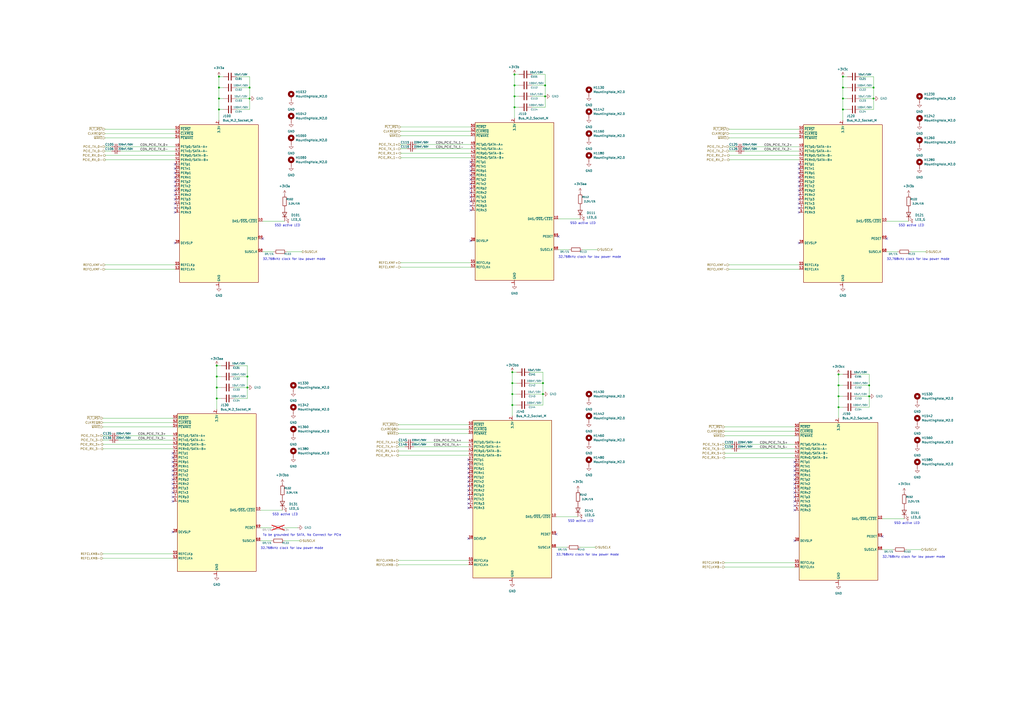
<source format=kicad_sch>
(kicad_sch (version 20231120) (generator "eeschema") (generator_version "8.0")
  (paper "A2")
  (title_block (title "nvme Carrier for LattePanda Mu") (date "2024-05-24") (rev "V1.0.6"))
  (lib_symbols
    (symbol "Connector:Bus_M.2_Socket_M"
      (property "Reference" "J15" (at 2.1941 50.8 0))
      (property "Value" "Bus_M.2_Socket_M" (at 2.1941 48.26 0))
      (symbol "Bus_M.2_Socket_M_1_1"
        (pin power_in line (at 0 -48.26 90) (length 2.54) (name "GND") (number "1"))
        (pin bidirectional line (at 25.4 -10.16 180) (length 2.54) (name "DAS/~{DSS}/~{LED1}") (number "10"))
        (pin output line (at -25.4 0 0) (length 2.54) (name "PETn3") (number "11"))
        (pin passive line (at 0 48.26 270) (length 2.54) hide (name "3.3V") (number "12"))
        (pin output line (at -25.4 2.54 0) (length 2.54) (name "PETp3") (number "13"))
        (pin passive line (at 0 48.26 270) (length 2.54) hide (name "3.3V") (number "14"))
        (pin passive line (at 0 -48.26 90) (length 2.54) hide (name "GND") (number "15"))
        (pin passive line (at 0 48.26 270) (length 2.54) hide (name "3.3V") (number "16"))
        (pin input line (at -25.4 5.08 0) (length 2.54) (name "PERn2") (number "17"))
        (pin passive line (at 0 48.26 270) (length 2.54) hide (name "3.3V") (number "18"))
        (pin input line (at -25.4 7.62 0) (length 2.54) (name "PERp2") (number "19"))
        (pin power_in line (at 0 48.26 270) (length 2.54) (name "3.3V") (number "2"))
        (pin no_connect line (at 22.86 2.54 180) (length 2.54) hide (name "NC") (number "20"))
        (pin passive line (at 0 -48.26 90) (length 2.54) hide (name "GND") (number "21"))
        (pin no_connect line (at 22.86 5.08 180) (length 2.54) hide (name "NC") (number "22"))
        (pin output line (at -25.4 10.16 0) (length 2.54) (name "PETn2") (number "23"))
        (pin no_connect line (at 22.86 7.62 180) (length 2.54) hide (name "NC") (number "24"))
        (pin output line (at -25.4 12.7 0) (length 2.54) (name "PETp2") (number "25"))
        (pin no_connect line (at 22.86 10.16 180) (length 2.54) hide (name "NC") (number "26"))
        (pin passive line (at 0 -48.26 90) (length 2.54) hide (name "GND") (number "27"))
        (pin no_connect line (at 22.86 12.7 180) (length 2.54) hide (name "NC") (number "28"))
        (pin input line (at -25.4 15.24 0) (length 2.54) (name "PERn1") (number "29"))
        (pin passive line (at 0 -48.26 90) (length 2.54) hide (name "GND") (number "3"))
        (pin no_connect line (at 22.86 15.24 180) (length 2.54) hide (name "NC") (number "30"))
        (pin input line (at -25.4 17.78 0) (length 2.54) (name "PERp1") (number "31"))
        (pin no_connect line (at 22.86 17.78 180) (length 2.54) hide (name "NC") (number "32"))
        (pin passive line (at 0 -48.26 90) (length 2.54) hide (name "GND") (number "33"))
        (pin no_connect line (at 22.86 20.32 180) (length 2.54) hide (name "NC") (number "34"))
        (pin output line (at -25.4 20.32 0) (length 2.54) (name "PETn1") (number "35"))
        (pin no_connect line (at 22.86 22.86 180) (length 2.54) hide (name "NC") (number "36"))
        (pin output line (at -25.4 22.86 0) (length 2.54) (name "PETp1") (number "37"))
        (pin output line (at -25.4 -22.86 0) (length 2.54) (name "DEVSLP") (number "38"))
        (pin passive line (at 0 -48.26 90) (length 2.54) hide (name "GND") (number "39"))
        (pin passive line (at 0 48.26 270) (length 2.54) hide (name "3.3V") (number "4"))
        (pin no_connect line (at 22.86 25.4 180) (length 2.54) hide (name "NC") (number "40"))
        (pin input line (at -25.4 25.4 0) (length 2.54) (name "PERn0/SATA-B+") (number "41"))
        (pin no_connect line (at 22.86 27.94 180) (length 2.54) hide (name "NC") (number "42"))
        (pin input line (at -25.4 27.94 0) (length 2.54) (name "PERp0/SATA-B-") (number "43"))
        (pin no_connect line (at 22.86 30.48 180) (length 2.54) hide (name "NC") (number "44"))
        (pin passive line (at 0 -48.26 90) (length 2.54) hide (name "GND") (number "45"))
        (pin no_connect line (at 22.86 33.02 180) (length 2.54) hide (name "NC") (number "46"))
        (pin output line (at -25.4 30.48 0) (length 2.54) (name "PETn0/SATA-A-") (number "47"))
        (pin no_connect line (at 22.86 35.56 180) (length 2.54) hide (name "NC") (number "48"))
        (pin output line (at -25.4 33.02 0) (length 2.54) (name "PETp0/SATA-A+") (number "49"))
        (pin input line (at -25.4 -5.08 0) (length 2.54) (name "PERn3") (number "5"))
        (pin output line (at -25.4 43.18 0) (length 2.54) (name "~{PERST}") (number "50"))
        (pin passive line (at 0 -48.26 90) (length 2.54) hide (name "GND") (number "51"))
        (pin bidirectional line (at -25.4 40.64 0) (length 2.54) (name "~{CLKREQ}") (number "52"))
        (pin output line (at -25.4 -38.1 0) (length 2.54) (name "REFCLKn") (number "53"))
        (pin bidirectional line (at -25.4 38.1 0) (length 2.54) (name "~{PEWAKE}") (number "54"))
        (pin output line (at -25.4 -35.56 0) (length 2.54) (name "REFCLKp") (number "55"))
        (pin no_connect line (at 22.86 38.1 180) (length 2.54) hide (name "NC") (number "56"))
        (pin passive line (at 0 -48.26 90) (length 2.54) hide (name "GND") (number "57"))
        (pin no_connect line (at 22.86 40.64 180) (length 2.54) hide (name "NC") (number "58"))
        (pin no_connect line (at 22.86 -2.54 180) (length 2.54) hide (name "NC") (number "6"))
        (pin no_connect line (at 22.86 -5.08 180) (length 2.54) hide (name "NC") (number "67"))
        (pin output line (at 25.4 -27.94 180) (length 2.54) (name "SUSCLK") (number "68"))
        (pin passive line (at 25.4 -20.32 180) (length 2.54) (name "PEDET") (number "69"))
        (pin input line (at -25.4 -2.54 0) (length 2.54) (name "PERp3") (number "7"))
        (pin passive line (at 0 48.26 270) (length 2.54) hide (name "3.3V") (number "70"))
        (pin passive line (at 0 -48.26 90) (length 2.54) hide (name "GND") (number "71"))
        (pin passive line (at 0 48.26 270) (length 2.54) hide (name "3.3V") (number "72"))
        (pin passive line (at 0 -48.26 90) (length 2.54) hide (name "GND") (number "73"))
        (pin passive line (at 0 48.26 270) (length 2.54) hide (name "3.3V") (number "74"))
        (pin passive line (at 0 -48.26 90) (length 2.54) hide (name "GND") (number "75"))
        (pin no_connect line (at 22.86 0 180) (length 2.54) hide (name "NC") (number "8"))
        (pin passive line (at 0 -48.26 90) (length 2.54) hide (name "GND") (number "9"))
        (pin passive line (at 0 -48.26 90) (length 2.54) hide (name "MP1") (number "MP1"))
        (pin passive line (at 0 -48.26 90) (length 2.54) hide (name "MP2") (number "MP2"))
      )
    )
    (symbol "Device:C" (pin_numbers hide) (pin_names (offset 0.254))
      (property "Reference" "C" (at 0.635 2.54 0))
      (property "Value" "C" (at 0.635 -2.54 0))
      (symbol "C_1_1"
        (pin passive line (at 0 3.81 270) (length 2.794) (name "~") (number "1"))
        (pin passive line (at 0 -3.81 90) (length 2.794) (name "~") (number "2"))
      )
    )
    (symbol "Device:C_Small" (pin_numbers hide) (pin_names (offset 0.254) hide)
      (property "Reference" "C" (at 0.254 1.778 0))
      (property "Value" "C_Small" (at 0.254 -2.032 0))
      (symbol "C_Small_1_1"
        (pin passive line (at 0 2.54 270) (length 2.032) (name "~") (number "1"))
        (pin passive line (at 0 -2.54 90) (length 2.032) (name "~") (number "2"))
      )
    )
    (symbol "Device:LED" (pin_numbers hide) (pin_names (offset 1.016) hide)
      (property "Reference" "D" (at 0 2.54 0))
      (property "Value" "LED" (at 0 -2.54 0))
      (symbol "LED_1_1"
        (pin passive line (at -3.81 0 0) (length 2.54) (name "K") (number "1"))
        (pin passive line (at 3.81 0 180) (length 2.54) (name "A") (number "2"))
      )
    )
    (symbol "Device:R" (pin_numbers hide) (pin_names (offset 0))
      (property "Reference" "R" (at 2.032 0 90))
      (property "Value" "R" (at 0 0 90))
      (symbol "R_1_1"
        (pin passive line (at 0 3.81 270) (length 1.27) (name "~") (number "1"))
        (pin passive line (at 0 -3.81 90) (length 1.27) (name "~") (number "2"))
      )
    )
    (symbol "Mechanical:MountingHole_Pad" (pin_numbers hide) (pin_names (offset 1.016) hide)
      (property "Reference" "H" (at 0 6.35 0))
      (property "Value" "MountingHole_Pad" (at 0 4.445 0))
      (symbol "MountingHole_Pad_1_1"
        (pin input line (at 0 -2.54 90) (length 2.54) (name "1") (number "1"))
      )
    )
    (symbol "power:+3V3" (power) (pin_numbers hide) (pin_names (offset 0) hide)
      (property "Value" "+3V3" (at 0 3.556 0))
      (symbol "+3V3_1_1"
        (pin power_in line (at 0 0 90) (length 0) (name "~") (number "1"))
      )
    )
    (symbol "power:GND" (power) (pin_numbers hide) (pin_names (offset 0) hide)
      (property "Value" "GND" (at 0 -3.81 0))
      (symbol "GND_1_1"
        (pin power_in line (at 0 0 270) (length 0) (name "~") (number "1"))
      )
    )
  )
  (junction (at 297.18 228.6))
  (junction (at 127 44.45))
  (junction (at 486.41 217.17))
  (junction (at 127 50.8))
  (junction (at 127 57.15))
  (junction (at 125.73 224.79))
  (junction (at 316.23 55.88))
  (junction (at 506.73 57.15))
  (junction (at 127 63.5))
  (junction (at 314.96 228.6))
  (junction (at 143.51 218.44))
  (junction (at 297.18 222.25))
  (junction (at 298.45 62.23))
  (junction (at 298.45 43.18))
  (junction (at 125.73 218.44))
  (junction (at 488.95 57.15))
  (junction (at 488.95 50.8))
  (junction (at 486.41 229.87))
  (junction (at 298.45 49.53))
  (junction (at 125.73 231.14))
  (junction (at 486.41 223.52))
  (junction (at 144.78 50.8))
  (junction (at 486.41 236.22))
  (junction (at 504.19 229.87))
  (junction (at 314.96 222.25))
  (junction (at 144.78 57.15))
  (junction (at 143.51 224.79))
  (junction (at 297.18 234.95))
  (junction (at 506.73 50.8))
  (junction (at 488.95 44.45))
  (junction (at 297.18 215.9))
  (junction (at 316.23 49.53))
  (junction (at 504.19 223.52))
  (junction (at 488.95 63.5))
  (junction (at 298.45 55.88))
  (junction (at 125.73 212.09))
  (no_connect (at 101.6 123.19))
  (no_connect (at 271.78 289.56))
  (no_connect (at 271.78 269.24))
  (no_connect (at 463.55 97.79))
  (no_connect (at 273.05 96.52))
  (no_connect (at 461.01 285.75))
  (no_connect (at 152.4 138.43))
  (no_connect (at 271.78 276.86))
  (no_connect (at 461.01 273.05))
  (no_connect (at 271.78 266.7))
  (no_connect (at 463.55 102.87))
  (no_connect (at 463.55 113.03))
  (no_connect (at 100.33 308.61))
  (no_connect (at 101.6 115.57))
  (no_connect (at 323.85 137.16))
  (no_connect (at 101.6 107.95))
  (no_connect (at 101.6 110.49))
  (no_connect (at 463.55 118.11))
  (no_connect (at 463.55 140.97))
  (no_connect (at 101.6 102.87))
  (no_connect (at 273.05 104.14))
  (no_connect (at 463.55 105.41))
  (no_connect (at 273.05 121.92))
  (no_connect (at 271.78 287.02))
  (no_connect (at 101.6 120.65))
  (no_connect (at 463.55 95.25))
  (no_connect (at 273.05 109.22))
  (no_connect (at 463.55 110.49))
  (no_connect (at 322.58 309.88))
  (no_connect (at 461.01 275.59))
  (no_connect (at 511.81 311.15))
  (no_connect (at 461.01 290.83))
  (no_connect (at 101.6 140.97))
  (no_connect (at 100.33 265.43))
  (no_connect (at 273.05 93.98))
  (no_connect (at 463.55 100.33))
  (no_connect (at 273.05 101.6))
  (no_connect (at 100.33 273.05))
  (no_connect (at 101.6 118.11))
  (no_connect (at 271.78 284.48))
  (no_connect (at 461.01 278.13))
  (no_connect (at 461.01 313.69))
  (no_connect (at 273.05 106.68))
  (no_connect (at 461.01 267.97))
  (no_connect (at 100.33 290.83))
  (no_connect (at 100.33 270.51))
  (no_connect (at 271.78 274.32))
  (no_connect (at 463.55 115.57))
  (no_connect (at 100.33 267.97))
  (no_connect (at 463.55 120.65))
  (no_connect (at 461.01 283.21))
  (no_connect (at 271.78 271.78))
  (no_connect (at 101.6 105.41))
  (no_connect (at 461.01 293.37))
  (no_connect (at 273.05 119.38))
  (no_connect (at 461.01 295.91))
  (no_connect (at 271.78 292.1))
  (no_connect (at 101.6 95.25))
  (no_connect (at 100.33 285.75))
  (no_connect (at 271.78 279.4))
  (no_connect (at 514.35 138.43))
  (no_connect (at 101.6 97.79))
  (no_connect (at 271.78 312.42))
  (no_connect (at 461.01 280.67))
  (no_connect (at 461.01 288.29))
  (no_connect (at 271.78 281.94))
  (no_connect (at 273.05 114.3))
  (no_connect (at 100.33 262.89))
  (no_connect (at 463.55 123.19))
  (no_connect (at 100.33 288.29))
  (no_connect (at 271.78 294.64))
  (no_connect (at 273.05 139.7))
  (no_connect (at 273.05 116.84))
  (no_connect (at 100.33 280.67))
  (no_connect (at 100.33 278.13))
  (no_connect (at 273.05 111.76))
  (no_connect (at 100.33 283.21))
  (no_connect (at 100.33 275.59))
  (no_connect (at 461.01 270.51))
  (no_connect (at 463.55 107.95))
  (no_connect (at 273.05 99.06))
  (no_connect (at 101.6 113.03))
  (no_connect (at 101.6 100.33))
  (wire (pts (xy 504.19 217.17) (xy 504.19 223.52)))
  (wire (pts (xy 308.61 49.53) (xy 316.23 49.53)))
  (wire (pts (xy 528.32 146.05) (xy 537.21 146.05)))
  (wire (pts (xy 514.35 128.27) (xy 527.05 128.27)))
  (wire (pts (xy 125.73 231.14) (xy 125.73 237.49)))
  (wire (pts (xy 307.34 215.9) (xy 314.96 215.9)))
  (wire (pts (xy 298.45 49.53) (xy 298.45 55.88)))
  (wire (pts (xy 316.23 49.53) (xy 316.23 55.88)))
  (wire (pts (xy 59.69 257.81) (xy 100.33 257.81)))
  (wire (pts (xy 486.41 236.22) (xy 486.41 242.57)))
  (wire (pts (xy 165.1 306.07) (xy 172.72 306.07)))
  (wire (pts (xy 144.78 50.8) (xy 144.78 57.15)))
  (wire (pts (xy 232.41 152.4) (xy 273.05 152.4)))
  (wire (pts (xy 491.49 63.5) (xy 488.95 63.5)))
  (wire (pts (xy 431.8 85.09) (xy 463.55 85.09)))
  (wire (pts (xy 499.11 63.5) (xy 506.73 63.5)))
  (wire (pts (xy 231.14 248.92) (xy 271.78 248.92)))
  (wire (pts (xy 232.41 88.9) (xy 273.05 88.9)))
  (wire (pts (xy 68.58 252.73) (xy 100.33 252.73)))
  (wire (pts (xy 307.34 234.95) (xy 314.96 234.95)))
  (wire (pts (xy 298.45 62.23) (xy 298.45 68.58)))
  (wire (pts (xy 60.96 87.63) (xy 64.77 87.63)))
  (wire (pts (xy 166.37 146.05) (xy 175.26 146.05)))
  (wire (pts (xy 299.72 234.95) (xy 297.18 234.95)))
  (wire (pts (xy 506.73 44.45) (xy 506.73 50.8)))
  (wire (pts (xy 151.13 313.69) (xy 157.48 313.69)))
  (wire (pts (xy 420.37 257.81) (xy 424.18 257.81)))
  (wire (pts (xy 59.69 323.85) (xy 100.33 323.85)))
  (wire (pts (xy 297.18 222.25) (xy 299.72 222.25)))
  (wire (pts (xy 488.95 50.8) (xy 488.95 57.15)))
  (wire (pts (xy 314.96 222.25) (xy 314.96 228.6)))
  (wire (pts (xy 151.13 306.07) (xy 157.48 306.07)))
  (wire (pts (xy 420.37 326.39) (xy 461.01 326.39)))
  (wire (pts (xy 429.26 260.35) (xy 461.01 260.35)))
  (wire (pts (xy 422.91 156.21) (xy 463.55 156.21)))
  (wire (pts (xy 499.11 57.15) (xy 506.73 57.15)))
  (wire (pts (xy 488.95 50.8) (xy 491.49 50.8)))
  (wire (pts (xy 486.41 229.87) (xy 486.41 236.22)))
  (wire (pts (xy 232.41 83.82) (xy 236.22 83.82)))
  (wire (pts (xy 322.58 317.5) (xy 328.93 317.5)))
  (wire (pts (xy 127 63.5) (xy 127 69.85)))
  (wire (pts (xy 59.69 321.31) (xy 100.33 321.31)))
  (wire (pts (xy 420.37 328.93) (xy 461.01 328.93)))
  (wire (pts (xy 127 50.8) (xy 127 57.15)))
  (wire (pts (xy 316.23 43.18) (xy 316.23 49.53)))
  (wire (pts (xy 127 44.45) (xy 129.54 44.45)))
  (wire (pts (xy 511.81 318.77) (xy 518.16 318.77)))
  (wire (pts (xy 59.69 260.35) (xy 100.33 260.35)))
  (wire (pts (xy 298.45 43.18) (xy 300.99 43.18)))
  (wire (pts (xy 420.37 250.19) (xy 461.01 250.19)))
  (wire (pts (xy 420.37 260.35) (xy 424.18 260.35)))
  (wire (pts (xy 232.41 154.94) (xy 273.05 154.94)))
  (wire (pts (xy 144.78 44.45) (xy 144.78 50.8)))
  (wire (pts (xy 129.54 57.15) (xy 127 57.15)))
  (wire (pts (xy 323.85 144.78) (xy 330.2 144.78)))
  (wire (pts (xy 506.73 50.8) (xy 506.73 57.15)))
  (wire (pts (xy 499.11 44.45) (xy 506.73 44.45)))
  (wire (pts (xy 125.73 218.44) (xy 125.73 224.79)))
  (wire (pts (xy 420.37 265.43) (xy 461.01 265.43)))
  (wire (pts (xy 491.49 57.15) (xy 488.95 57.15)))
  (wire (pts (xy 297.18 228.6) (xy 297.18 234.95)))
  (wire (pts (xy 231.14 246.38) (xy 271.78 246.38)))
  (wire (pts (xy 137.16 50.8) (xy 144.78 50.8)))
  (wire (pts (xy 240.03 259.08) (xy 271.78 259.08)))
  (wire (pts (xy 129.54 63.5) (xy 127 63.5)))
  (wire (pts (xy 127 44.45) (xy 127 50.8)))
  (wire (pts (xy 231.14 259.08) (xy 234.95 259.08)))
  (wire (pts (xy 125.73 224.79) (xy 125.73 231.14)))
  (wire (pts (xy 60.96 74.93) (xy 101.6 74.93)))
  (wire (pts (xy 496.57 217.17) (xy 504.19 217.17)))
  (wire (pts (xy 232.41 73.66) (xy 273.05 73.66)))
  (wire (pts (xy 308.61 55.88) (xy 316.23 55.88)))
  (wire (pts (xy 60.96 80.01) (xy 101.6 80.01)))
  (wire (pts (xy 60.96 85.09) (xy 64.77 85.09)))
  (wire (pts (xy 137.16 44.45) (xy 144.78 44.45)))
  (wire (pts (xy 300.99 55.88) (xy 298.45 55.88)))
  (wire (pts (xy 300.99 62.23) (xy 298.45 62.23)))
  (wire (pts (xy 299.72 228.6) (xy 297.18 228.6)))
  (wire (pts (xy 298.45 49.53) (xy 300.99 49.53)))
  (wire (pts (xy 240.03 256.54) (xy 271.78 256.54)))
  (wire (pts (xy 504.19 236.22) (xy 504.19 229.87)))
  (wire (pts (xy 60.96 153.67) (xy 101.6 153.67)))
  (wire (pts (xy 231.14 327.66) (xy 271.78 327.66)))
  (wire (pts (xy 336.55 317.5) (xy 345.44 317.5)))
  (wire (pts (xy 68.58 255.27) (xy 100.33 255.27)))
  (wire (pts (xy 135.89 224.79) (xy 143.51 224.79)))
  (wire (pts (xy 60.96 156.21) (xy 101.6 156.21)))
  (wire (pts (xy 232.41 86.36) (xy 236.22 86.36)))
  (wire (pts (xy 60.96 92.71) (xy 101.6 92.71)))
  (wire (pts (xy 297.18 222.25) (xy 297.18 228.6)))
  (wire (pts (xy 297.18 215.9) (xy 299.72 215.9)))
  (wire (pts (xy 486.41 217.17) (xy 486.41 223.52)))
  (wire (pts (xy 486.41 217.17) (xy 488.95 217.17)))
  (wire (pts (xy 422.91 77.47) (xy 463.55 77.47)))
  (wire (pts (xy 128.27 224.79) (xy 125.73 224.79)))
  (wire (pts (xy 488.95 229.87) (xy 486.41 229.87)))
  (wire (pts (xy 511.81 300.99) (xy 524.51 300.99)))
  (wire (pts (xy 488.95 236.22) (xy 486.41 236.22)))
  (wire (pts (xy 422.91 153.67) (xy 463.55 153.67)))
  (wire (pts (xy 59.69 245.11) (xy 100.33 245.11)))
  (wire (pts (xy 232.41 78.74) (xy 273.05 78.74)))
  (wire (pts (xy 297.18 215.9) (xy 297.18 222.25)))
  (wire (pts (xy 504.19 223.52) (xy 504.19 229.87)))
  (wire (pts (xy 59.69 242.57) (xy 100.33 242.57)))
  (wire (pts (xy 420.37 262.89) (xy 461.01 262.89)))
  (wire (pts (xy 422.91 85.09) (xy 426.72 85.09)))
  (wire (pts (xy 60.96 90.17) (xy 101.6 90.17)))
  (wire (pts (xy 297.18 234.95) (xy 297.18 241.3)))
  (wire (pts (xy 488.95 63.5) (xy 488.95 69.85)))
  (wire (pts (xy 431.8 87.63) (xy 463.55 87.63)))
  (wire (pts (xy 488.95 44.45) (xy 488.95 50.8)))
  (wire (pts (xy 241.3 83.82) (xy 273.05 83.82)))
  (wire (pts (xy 60.96 77.47) (xy 101.6 77.47)))
  (wire (pts (xy 125.73 212.09) (xy 125.73 218.44)))
  (wire (pts (xy 488.95 44.45) (xy 491.49 44.45)))
  (wire (pts (xy 127 50.8) (xy 129.54 50.8)))
  (wire (pts (xy 506.73 63.5) (xy 506.73 57.15)))
  (wire (pts (xy 337.82 144.78) (xy 346.71 144.78)))
  (wire (pts (xy 151.13 295.91) (xy 163.83 295.91)))
  (wire (pts (xy 152.4 128.27) (xy 165.1 128.27)))
  (wire (pts (xy 135.89 231.14) (xy 143.51 231.14)))
  (wire (pts (xy 232.41 76.2) (xy 273.05 76.2)))
  (wire (pts (xy 125.73 218.44) (xy 128.27 218.44)))
  (wire (pts (xy 125.73 212.09) (xy 128.27 212.09)))
  (wire (pts (xy 488.95 57.15) (xy 488.95 63.5)))
  (wire (pts (xy 232.41 91.44) (xy 273.05 91.44)))
  (wire (pts (xy 135.89 212.09) (xy 143.51 212.09)))
  (wire (pts (xy 143.51 231.14) (xy 143.51 224.79)))
  (wire (pts (xy 307.34 222.25) (xy 314.96 222.25)))
  (wire (pts (xy 231.14 261.62) (xy 271.78 261.62)))
  (wire (pts (xy 137.16 57.15) (xy 144.78 57.15)))
  (wire (pts (xy 143.51 212.09) (xy 143.51 218.44)))
  (wire (pts (xy 496.57 229.87) (xy 504.19 229.87)))
  (wire (pts (xy 241.3 86.36) (xy 273.05 86.36)))
  (wire (pts (xy 422.91 92.71) (xy 463.55 92.71)))
  (wire (pts (xy 59.69 255.27) (xy 63.5 255.27)))
  (wire (pts (xy 152.4 146.05) (xy 158.75 146.05)))
  (wire (pts (xy 231.14 264.16) (xy 271.78 264.16)))
  (wire (pts (xy 323.85 127) (xy 336.55 127)))
  (wire (pts (xy 231.14 256.54) (xy 234.95 256.54)))
  (wire (pts (xy 422.91 90.17) (xy 463.55 90.17)))
  (wire (pts (xy 298.45 55.88) (xy 298.45 62.23)))
  (wire (pts (xy 128.27 231.14) (xy 125.73 231.14)))
  (wire (pts (xy 69.85 85.09) (xy 101.6 85.09)))
  (wire (pts (xy 314.96 234.95) (xy 314.96 228.6)))
  (wire (pts (xy 135.89 218.44) (xy 143.51 218.44)))
  (wire (pts (xy 486.41 223.52) (xy 486.41 229.87)))
  (wire (pts (xy 422.91 87.63) (xy 426.72 87.63)))
  (wire (pts (xy 496.57 223.52) (xy 504.19 223.52)))
  (wire (pts (xy 496.57 236.22) (xy 504.19 236.22)))
  (wire (pts (xy 486.41 223.52) (xy 488.95 223.52)))
  (wire (pts (xy 429.26 257.81) (xy 461.01 257.81)))
  (wire (pts (xy 231.14 251.46) (xy 271.78 251.46)))
  (wire (pts (xy 137.16 63.5) (xy 144.78 63.5)))
  (wire (pts (xy 231.14 325.12) (xy 271.78 325.12)))
  (wire (pts (xy 525.78 318.77) (xy 534.67 318.77)))
  (wire (pts (xy 298.45 43.18) (xy 298.45 49.53)))
  (wire (pts (xy 308.61 43.18) (xy 316.23 43.18)))
  (wire (pts (xy 420.37 247.65) (xy 461.01 247.65)))
  (wire (pts (xy 127 57.15) (xy 127 63.5)))
  (wire (pts (xy 314.96 215.9) (xy 314.96 222.25)))
  (wire (pts (xy 165.1 313.69) (xy 173.99 313.69)))
  (wire (pts (xy 143.51 218.44) (xy 143.51 224.79)))
  (wire (pts (xy 316.23 62.23) (xy 316.23 55.88)))
  (wire (pts (xy 422.91 80.01) (xy 463.55 80.01)))
  (wire (pts (xy 499.11 50.8) (xy 506.73 50.8)))
  (wire (pts (xy 514.35 146.05) (xy 520.7 146.05)))
  (wire (pts (xy 307.34 228.6) (xy 314.96 228.6)))
  (wire (pts (xy 144.78 63.5) (xy 144.78 57.15)))
  (wire (pts (xy 59.69 252.73) (xy 63.5 252.73)))
  (wire (pts (xy 420.37 252.73) (xy 461.01 252.73)))
  (wire (pts (xy 59.69 247.65) (xy 100.33 247.65)))
  (wire (pts (xy 69.85 87.63) (xy 101.6 87.63)))
  (wire (pts (xy 308.61 62.23) (xy 316.23 62.23)))
  (wire (pts (xy 422.91 74.93) (xy 463.55 74.93)))
  (wire (pts (xy 322.58 299.72) (xy 335.28 299.72)))
  (text "SSD active LED" (at 157.988 299.212 0) (effects (font (size 1.27 1.27)) (justify left bottom)))
  (text "To be grounded for SATA, No Connect for PCIe" (at 152.4 311.15 0) (effects (font (size 1.27 1.27)) (justify left bottom)))
  (text "SSD active LED" (at 159.258 131.572 0) (effects (font (size 1.27 1.27)) (justify left bottom)))
  (text "SSD active LED" (at 329.438 303.022 0) (effects (font (size 1.27 1.27)) (justify left bottom)))
  (text "32.768kHz clock for low power mode" (at 152.4 151.13 0) (effects (font (size 1.27 1.27)) (justify left bottom)))
  (text "SSD active LED" (at 518.668 304.292 0) (effects (font (size 1.27 1.27)) (justify left bottom)))
  (text "SSD active LED" (at 521.208 131.572 0) (effects (font (size 1.27 1.27)) (justify left bottom)))
  (text "32.768kHz clock for low power mode" (at 511.81 323.85 0) (effects (font (size 1.27 1.27)) (justify left bottom)))
  (text "32.768kHz clock for low power mode" (at 322.58 322.58 0) (effects (font (size 1.27 1.27)) (justify left bottom)))
  (text "32.768kHz clock for low power mode" (at 151.13 318.77 0) (effects (font (size 1.27 1.27)) (justify left bottom)))
  (text "32.768kHz clock for low power mode" (at 514.35 151.13 0) (effects (font (size 1.27 1.27)) (justify left bottom)))
  (text "SSD active LED" (at 330.708 130.302 0) (effects (font (size 1.27 1.27)) (justify left bottom)))
  (text "32.768kHz clock for low power mode" (at 323.85 149.86 0) (effects (font (size 1.27 1.27)) (justify left bottom)))
  (label "CON_PCIE_TX_0-" (at 81.28 87.63 0))
  (label "CON_PCIE_TX_4+" (at 251.46 256.54 0))
  (label "CON_PCIE_TX_0+" (at 81.28 85.09 0))
  (label "CON_PCIE_TX_5-" (at 440.69 260.35 0))
  (label "CON_PCIE_TX_1+" (at 252.73 83.82 0))
  (label "CON_PCIE_TX_5+" (at 440.69 257.81 0))
  (label "CON_PCIE_TX_2-" (at 443.23 87.63 0))
  (label "CON_PCIE_TX_2+" (at 443.23 85.09 0))
  (label "CON_PCIE_TX_3+" (at 80.01 252.73 0))
  (label "CON_PCIE_TX_4-" (at 251.46 259.08 0))
  (label "CON_PCIE_TX_3-" (at 80.01 255.27 0))
  (label "CON_PCIE_TX_1-" (at 252.73 86.36 0))
  (hierarchical_label "SUSCLK" (shape output) (at 537.21 146.05 0))
  (hierarchical_label "REFCLKMF+" (shape input) (at 60.96 153.67 180))
  (hierarchical_label "~{WAKE}" (shape input) (at 232.41 78.74 180))
  (hierarchical_label "CLKREQF" (shape input) (at 60.96 77.47 180))
  (hierarchical_label "PCIE_TX_5-" (shape input) (at 420.37 260.35 180))
  (hierarchical_label "~{WAKE}" (shape input) (at 60.96 80.01 180))
  (hierarchical_label "PCIE_RX_5+" (shape output) (at 420.37 262.89 180))
  (hierarchical_label "~{WAKE}" (shape input) (at 231.14 251.46 180))
  (hierarchical_label "CLKREQF" (shape input) (at 232.41 76.2 180))
  (hierarchical_label "SUSCLK" (shape output) (at 175.26 146.05 0))
  (hierarchical_label "~{PLT_RST}" (shape input) (at 232.41 73.66 180))
  (hierarchical_label "~{WAKE}" (shape input) (at 422.91 80.01 180))
  (hierarchical_label "PCIE_RX_3-" (shape output) (at 59.69 260.35 180))
  (hierarchical_label "PCIE_TX_1+" (shape input) (at 232.41 83.82 180))
  (hierarchical_label "PCIE_TX_2-" (shape input) (at 422.91 87.63 180))
  (hierarchical_label "PCIE_RX_0+" (shape output) (at 60.96 90.17 180))
  (hierarchical_label "~{PLT_RST}" (shape input) (at 420.37 247.65 180))
  (hierarchical_label "REFCLKMF+" (shape input) (at 422.91 153.67 180))
  (hierarchical_label "~{PLT_RST}" (shape input) (at 59.69 242.57 180))
  (hierarchical_label "REFCLKMF-" (shape input) (at 232.41 154.94 180))
  (hierarchical_label "PCIE_RX_5-" (shape output) (at 420.37 265.43 180))
  (hierarchical_label "PCIE_RX_2+" (shape output) (at 422.91 90.17 180))
  (hierarchical_label "SUSCLK" (shape output) (at 173.99 313.69 0))
  (hierarchical_label "PCIE_TX_3+" (shape input) (at 59.69 252.73 180))
  (hierarchical_label "PCIE_RX_1+" (shape output) (at 232.41 88.9 180))
  (hierarchical_label "PCIE_RX_4+" (shape output) (at 231.14 261.62 180))
  (hierarchical_label "PCIE_TX_4+" (shape input) (at 231.14 256.54 180))
  (hierarchical_label "CLKREQB" (shape input) (at 231.14 248.92 180))
  (hierarchical_label "PCIE_TX_4-" (shape input) (at 231.14 259.08 180))
  (hierarchical_label "PCIE_RX_0-" (shape output) (at 60.96 92.71 180))
  (hierarchical_label "~{PLT_RST}" (shape input) (at 422.91 74.93 180))
  (hierarchical_label "REFCLKMB-" (shape input) (at 59.69 323.85 180))
  (hierarchical_label "REFCLKMB-" (shape input) (at 420.37 328.93 180))
  (hierarchical_label "PCIE_TX_0+" (shape input) (at 60.96 85.09 180))
  (hierarchical_label "PCIE_RX_2-" (shape output) (at 422.91 92.71 180))
  (hierarchical_label "REFCLKMF+" (shape input) (at 232.41 152.4 180))
  (hierarchical_label "CLKREQB" (shape input) (at 420.37 250.19 180))
  (hierarchical_label "PCIE_TX_0-" (shape input) (at 60.96 87.63 180))
  (hierarchical_label "PCIE_RX_1-" (shape output) (at 232.41 91.44 180))
  (hierarchical_label "REFCLKMB+" (shape input) (at 420.37 326.39 180))
  (hierarchical_label "REFCLKMB-" (shape input) (at 231.14 327.66 180))
  (hierarchical_label "REFCLKMB+" (shape input) (at 59.69 321.31 180))
  (hierarchical_label "REFCLKMB+" (shape input) (at 231.14 325.12 180))
  (hierarchical_label "PCIE_TX_3-" (shape input) (at 59.69 255.27 180))
  (hierarchical_label "PCIE_TX_5+" (shape input) (at 420.37 257.81 180))
  (hierarchical_label "SUSCLK" (shape output) (at 346.71 144.78 0))
  (hierarchical_label "REFCLKMF-" (shape input) (at 422.91 156.21 180))
  (hierarchical_label "PCIE_RX_3+" (shape output) (at 59.69 257.81 180))
  (hierarchical_label "SUSCLK" (shape output) (at 534.67 318.77 0))
  (hierarchical_label "CLKREQB" (shape input) (at 59.69 245.11 180))
  (hierarchical_label "~{PLT_RST}" (shape input) (at 60.96 74.93 180))
  (hierarchical_label "~{WAKE}" (shape input) (at 420.37 252.73 180))
  (hierarchical_label "PCIE_RX_4-" (shape output) (at 231.14 264.16 180))
  (hierarchical_label "SUSCLK" (shape output) (at 345.44 317.5 0))
  (hierarchical_label "~{PLT_RST}" (shape input) (at 231.14 246.38 180))
  (hierarchical_label "PCIE_TX_2+" (shape input) (at 422.91 85.09 180))
  (hierarchical_label "PCIE_TX_1-" (shape input) (at 232.41 86.36 180))
  (hierarchical_label "REFCLKMF-" (shape input) (at 60.96 156.21 180))
  (hierarchical_label "CLKREQF" (shape input) (at 422.91 77.47 180))
  (hierarchical_label "~{WAKE}" (shape input) (at 59.69 247.65 180))
  (symbol (lib_id "Connector:Bus_M.2_Socket_M") (at 127 118.11 0) (unit 1)
    (property "Reference" "J100" (at 129.1941 67.31 0) (effects (justify left)))
    (property "Value" "Bus_M.2_Socket_M" (at 129.1941 69.85 0) (effects (justify left)))
    (property "Footprint" "A_HDJ_Library:PCIe_M.2_Connectors_P=0.5mm_H=4.2mm_KeyM" (effects (hide yes)))
    (property "Datasheet" "http://read.pudn.com/downloads794/doc/project/3133918/PCIe_M.2_Electromechanical_Spec_Rev1.0_Final_11012013_RS_Clean.pdf#page=155" (effects (hide yes)))
  )
  (symbol (lib_id "Device:R") (at 161.29 306.07 90) (unit 1) (in_bom no) (dnp yes)
    (property "Reference" "R134" (at 167.64 307.34 90) (effects (font (size 1 1)) (justify left)))
    (property "Value" "0R/1%" (at 157.48 307.34 90) (effects (font (size 1 1)) (justify left)))
    (property "Footprint" "Resistor_SMD:R_0402_1005Metric" (effects (hide yes)))
  )
  (symbol (lib_id "power:GND") (at 314.96 228.6 90) (unit 1)
    (property "Reference" "#PWR0141" (effects (hide yes)))
    (property "Value" "GND" (at 318.77 228.6 90) (effects (justify right)))
  )
  (symbol (lib_id "Device:C") (at 492.76 217.17 270) (unit 1)
    (property "Reference" "C151" (at 497.84 218.44 90) (effects (font (size 1 1))))
    (property "Value" "10uF/10V" (at 499.11 215.9 90) (effects (font (size 1 1))))
    (property "Footprint" "A_HDJ_Library:C_0402_1005Metric" (effects (hide yes)))
    (property "SCH_Show_Footprint" "C0402" (effects (hide yes)))
  )
  (symbol (lib_id "Device:C") (at 133.35 63.5 270) (unit 1)
    (property "Reference" "C104" (at 138.43 64.77 90) (effects (font (size 1 1))))
    (property "Value" "100nF/50V" (at 139.7 62.23 90) (effects (font (size 1 1))))
    (property "Footprint" "A_HDJ_Library:C_0402_1005Metric" (effects (hide yes)))
    (property "SCH_Show_Footprint" "C0402" (effects (hide yes)))
  )
  (symbol (lib_id "power:+3V3") (at 486.41 217.17 0) (unit 1)
    (property "Reference" "#PWR0145" (effects (hide yes)))
    (property "Value" "+3V3cc" (at 482.6 212.598 0) (effects (justify left)))
  )
  (symbol (lib_id "Mechanical:MountingHole_Pad") (at 532.13 231.14 0) (unit 1)
    (property "Reference" "H1530" (at 534.67 228.6 0) (effects (justify left)))
    (property "Value" "MountingHole_M2.0" (at 534.67 231.14 0) (effects (justify left)))
    (property "Footprint" "MountingHole:MountingHole_2.7mm_M2.5_DIN965_Pad_TopBottom" (effects (hide yes)))
  )
  (symbol (lib_id "Device:C") (at 303.53 234.95 270) (unit 1)
    (property "Reference" "C144" (at 308.61 236.22 90) (effects (font (size 1 1))))
    (property "Value" "100nF/50V" (at 309.88 233.68 90) (effects (font (size 1 1))))
    (property "Footprint" "A_HDJ_Library:C_0402_1005Metric" (effects (hide yes)))
    (property "SCH_Show_Footprint" "C0402" (effects (hide yes)))
  )
  (symbol (lib_id "Mechanical:MountingHole_Pad") (at 533.4 95.25 0) (unit 1)
    (property "Reference" "H1280" (at 535.94 92.7099 0) (effects (justify left)))
    (property "Value" "MountingHole_M2.0" (at 535.94 95.2499 0) (effects (justify left)))
    (property "Footprint" "MountingHole:MountingHole_2.7mm_M2.5_DIN965_Pad_TopBottom" (effects (hide yes)))
  )
  (symbol (lib_id "Mechanical:MountingHole_Pad") (at 341.63 242.57 0) (unit 1)
    (property "Reference" "H1442" (at 344.17 240.0299 0) (effects (justify left)))
    (property "Value" "MountingHole_M2.0" (at 344.17 242.5699 0) (effects (justify left)))
    (property "Footprint" "MountingHole:MountingHole_2.7mm_M2.5_DIN965_Pad_TopBottom" (effects (hide yes)))
  )
  (symbol (lib_id "power:GND") (at 168.91 83.82 0) (unit 1)
    (property "Reference" "#PWR0157" (effects (hide yes)))
    (property "Value" "GND" (at 168.91 88.9 0))
  )
  (symbol (lib_id "power:GND") (at 504.19 229.87 90) (unit 1)
    (property "Reference" "#PWR0147" (effects (hide yes)))
    (property "Value" "GND" (at 508 229.87 90) (effects (justify right)))
  )
  (symbol (lib_id "power:GND") (at 533.4 85.09 0) (unit 1)
    (property "Reference" "#PWR0165" (effects (hide yes)))
    (property "Value" "GND" (at 533.4 90.17 0))
  )
  (symbol (lib_id "Device:R") (at 336.55 115.57 180) (unit 1)
    (property "Reference" "R112" (at 341.63 114.3 0) (effects (font (size 1 1)) (justify left)))
    (property "Value" "2.2K/1%" (at 345.44 116.84 0) (effects (font (size 1 1)) (justify left)))
    (property "Footprint" "A_HDJ_Library:R_0402_1005Metric" (effects (hide yes)))
  )
  (symbol (lib_id "Device:C_Small") (at 238.76 86.36 90) (unit 1)
    (property "Reference" "C116" (at 237.49 85.09 90) (effects (justify left)))
    (property "Value" "220nF/50V" (at 240.03 85.09 90) (effects (font (size 1 1)) (justify right)))
    (property "Footprint" "A_HDJ_Library:C_0402_1005Metric" (effects (hide yes)))
    (property "SCH_Show_Footprint" "C0402" (effects (hide yes)))
    (instances (project "nvme Carrier for LattePanda Mu" (path "" (reference "C116") (unit 1))) (project "LPM-PCIeEx" (path "" (reference "C?") (unit 1))))
  )
  (symbol (lib_id "Device:C") (at 492.76 223.52 270) (unit 1)
    (property "Reference" "C152" (at 497.84 224.79 90) (effects (font (size 1 1))))
    (property "Value" "100nF/50V" (at 499.11 222.25 90) (effects (font (size 1 1))))
    (property "Footprint" "A_HDJ_Library:C_0402_1005Metric" (effects (hide yes)))
    (property "SCH_Show_Footprint" "C0402" (effects (hide yes)))
  )
  (symbol (lib_id "Device:C_Small") (at 66.04 255.27 90) (unit 1)
    (property "Reference" "C136" (at 64.77 254 90) (effects (justify left)))
    (property "Value" "220nF/50V" (at 67.31 254 90) (effects (font (size 1 1)) (justify right)))
    (property "Footprint" "A_HDJ_Library:C_0402_1005Metric" (effects (hide yes)))
    (property "SCH_Show_Footprint" "C0402" (effects (hide yes)))
  )
  (symbol (lib_id "Device:C") (at 495.3 57.15 270) (unit 1)
    (property "Reference" "C123" (at 500.38 58.42 90) (effects (font (size 1 1))))
    (property "Value" "10uF/10V" (at 501.65 55.88 90) (effects (font (size 1 1))))
    (property "Footprint" "A_HDJ_Library:C_0402_1005Metric" (effects (hide yes)))
    (property "SCH_Show_Footprint" "C0402" (effects (hide yes)))
  )
  (symbol (lib_id "power:+3V3") (at 165.1 113.03 0) (unit 1)
    (property "Reference" "#PWR0124" (effects (hide yes)))
    (property "Value" "+3V3a" (at 165.1 107.95 0))
  )
  (symbol (lib_id "power:GND") (at 168.91 58.42 0) (unit 1)
    (property "Reference" "#PWR070" (effects (hide yes)))
    (property "Value" "GND" (at 168.91 63.5 0))
  )
  (symbol (lib_id "power:+3V3") (at 335.28 284.48 0) (unit 1)
    (property "Reference" "#PWR0142" (effects (hide yes)))
    (property "Value" "+3V3c" (at 335.28 279.4 0))
  )
  (symbol (lib_id "Connector:Bus_M.2_Socket_M") (at 486.41 290.83 0) (unit 1)
    (property "Reference" "J150" (at 488.6041 240.03 0) (effects (justify left)))
    (property "Value" "Bus_M.2_Socket_M" (at 488.6041 242.57 0) (effects (justify left)))
    (property "Footprint" "A_HDJ_Library:PCIe_M.2_Connectors_P=0.5mm_H=4.2mm_KeyM" (effects (hide yes)))
    (property "Datasheet" "http://read.pudn.com/downloads794/doc/project/3133918/PCIe_M.2_Electromechanical_Spec_Rev1.0_Final_11012013_RS_Clean.pdf#page=155" (effects (hide yes)))
  )
  (symbol (lib_id "Device:C") (at 304.8 55.88 270) (unit 1)
    (property "Reference" "C113" (at 309.88 57.15 90) (effects (font (size 1 1))))
    (property "Value" "10uF/10V" (at 311.15 54.61 90) (effects (font (size 1 1))))
    (property "Footprint" "A_HDJ_Library:C_0402_1005Metric" (effects (hide yes)))
    (property "SCH_Show_Footprint" "C0402" (effects (hide yes)))
  )
  (symbol (lib_id "Connector:Bus_M.2_Socket_M") (at 125.73 285.75 0) (unit 1)
    (property "Reference" "J130" (at 127.9241 234.95 0) (effects (justify left)))
    (property "Value" "Bus_M.2_Socket_M" (at 127.9241 237.49 0) (effects (justify left)))
    (property "Footprint" "A_HDJ_Library:PCIe_M.2_Connectors_P=0.5mm_H=4.2mm_KeyM" (effects (hide yes)))
    (property "Datasheet" "http://read.pudn.com/downloads794/doc/project/3133918/PCIe_M.2_Electromechanical_Spec_Rev1.0_Final_11012013_RS_Clean.pdf#page=155" (effects (hide yes)))
  )
  (symbol (lib_id "Device:C") (at 133.35 44.45 270) (unit 1)
    (property "Reference" "C101" (at 138.43 45.72 90) (effects (font (size 1 1))))
    (property "Value" "10uF/10V" (at 139.7 43.18 90) (effects (font (size 1 1))))
    (property "Footprint" "A_HDJ_Library:C_0402_1005Metric" (effects (hide yes)))
    (property "SCH_Show_Footprint" "C0402" (effects (hide yes)))
  )
  (symbol (lib_id "power:GND") (at 170.18 240.03 0) (unit 1)
    (property "Reference" "#PWR0168" (effects (hide yes)))
    (property "Value" "GND" (at 170.18 245.11 0))
  )
  (symbol (lib_id "Device:R") (at 524.51 146.05 90) (unit 1)
    (property "Reference" "R123" (at 530.86 147.32 90) (effects (font (size 1 1)) (justify left)))
    (property "Value" "0R/1%" (at 520.7 147.32 90) (effects (font (size 1 1)) (justify left)))
    (property "Footprint" "A_HDJ_Library:R_0402_1005Metric" (effects (hide yes)))
  )
  (symbol (lib_id "Device:C") (at 132.08 224.79 270) (unit 1)
    (property "Reference" "C133" (at 137.16 226.06 90) (effects (font (size 1 1))))
    (property "Value" "10uF/10V" (at 138.43 223.52 90) (effects (font (size 1 1))))
    (property "Footprint" "A_HDJ_Library:C_0402_1005Metric" (effects (hide yes)))
    (property "SCH_Show_Footprint" "C0402" (effects (hide yes)))
  )
  (symbol (lib_id "Device:LED") (at 335.28 295.91 90) (unit 1)
    (property "Reference" "D141" (at 339.09 296.2274 90) (effects (justify right)))
    (property "Value" "LED_G" (at 339.09 298.7674 90) (effects (justify right)))
    (property "Footprint" "A_HDJ_Library:LED_0603_1608Metric" (effects (hide yes)))
    (property "SCH_Show_Footprint" "LED0603" (effects (hide yes)))
  )
  (symbol (lib_id "Mechanical:MountingHole_Pad") (at 341.63 267.97 0) (unit 1)
    (property "Reference" "H1480" (at 344.17 265.4299 0) (effects (justify left)))
    (property "Value" "MountingHole_M2.0" (at 344.17 267.9699 0) (effects (justify left)))
    (property "Footprint" "MountingHole:MountingHole_2.7mm_M2.5_DIN965_Pad_TopBottom" (effects (hide yes)))
  )
  (symbol (lib_id "power:GND") (at 170.18 265.43 0) (unit 1)
    (property "Reference" "#PWR0170" (effects (hide yes)))
    (property "Value" "GND" (at 170.18 270.51 0))
  )
  (symbol (lib_id "power:GND") (at 168.91 96.52 0) (unit 1)
    (property "Reference" "#PWR0158" (effects (hide yes)))
    (property "Value" "GND" (at 168.91 101.6 0))
  )
  (symbol (lib_id "power:GND") (at 316.23 55.88 90) (unit 1)
    (property "Reference" "#PWR067" (effects (hide yes)))
    (property "Value" "GND" (at 320.04 55.88 90) (effects (justify right)))
  )
  (symbol (lib_id "Mechanical:MountingHole_Pad") (at 168.91 93.98 0) (unit 1)
    (property "Reference" "H1080" (at 171.45 91.4399 0) (effects (justify left)))
    (property "Value" "MountingHole_M2.0" (at 171.45 93.9799 0) (effects (justify left)))
    (property "Footprint" "MountingHole:MountingHole_2.7mm_M2.5_DIN965_Pad_TopBottom" (effects (hide yes)))
  )
  (symbol (lib_id "Device:LED") (at 336.55 123.19 90) (unit 1)
    (property "Reference" "D111" (at 340.36 123.5074 90) (effects (justify right)))
    (property "Value" "LED_G" (at 340.36 126.0474 90) (effects (justify right)))
    (property "Footprint" "A_HDJ_Library:LED_0603_1608Metric" (effects (hide yes)))
    (property "SCH_Show_Footprint" "LED0603" (effects (hide yes)))
  )
  (symbol (lib_id "power:GND") (at 341.63 93.98 0) (unit 1)
    (property "Reference" "#PWR0162" (effects (hide yes)))
    (property "Value" "GND" (at 341.63 99.06 0))
  )
  (symbol (lib_id "power:GND") (at 532.13 233.68 0) (unit 1)
    (property "Reference" "#PWR0175" (effects (hide yes)))
    (property "Value" "GND" (at 532.13 238.76 0))
  )
  (symbol (lib_id "Mechanical:MountingHole_Pad") (at 341.63 53.34 0) (unit 1)
    (property "Reference" "H1130" (at 344.17 50.8 0) (effects (justify left)))
    (property "Value" "MountingHole_M2.0" (at 344.17 53.34 0) (effects (justify left)))
    (property "Footprint" "MountingHole:MountingHole_2.7mm_M2.5_DIN965_Pad_TopBottom" (effects (hide yes)))
  )
  (symbol (lib_id "Mechanical:MountingHole_Pad") (at 532.13 256.54 0) (unit 1)
    (property "Reference" "H1560" (at 534.67 253.9999 0) (effects (justify left)))
    (property "Value" "MountingHole_M2.0" (at 534.67 256.5399 0) (effects (justify left)))
    (property "Footprint" "MountingHole:MountingHole_2.7mm_M2.5_DIN965_Pad_TopBottom" (effects (hide yes)))
  )
  (symbol (lib_id "power:+3V3") (at 524.51 285.75 0) (unit 1)
    (property "Reference" "#PWR0148" (effects (hide yes)))
    (property "Value" "+3V3cc" (at 524.51 280.67 0))
  )
  (symbol (lib_id "Device:R") (at 163.83 284.48 180) (unit 1)
    (property "Reference" "R132" (at 168.91 283.21 0) (effects (font (size 1 1)) (justify left)))
    (property "Value" "2.2K/1%" (at 172.72 285.75 0) (effects (font (size 1 1)) (justify left)))
    (property "Footprint" "A_HDJ_Library:R_0402_1005Metric" (effects (hide yes)))
  )
  (symbol (lib_id "power:GND") (at 532.13 271.78 0) (unit 1)
    (property "Reference" "#PWR0178" (effects (hide yes)))
    (property "Value" "GND" (at 532.13 276.86 0))
  )
  (symbol (lib_id "Device:R") (at 161.29 313.69 90) (unit 1)
    (property "Reference" "R133" (at 167.64 314.96 90) (effects (font (size 1 1)) (justify left)))
    (property "Value" "0R/1%" (at 157.48 314.96 90) (effects (font (size 1 1)) (justify left)))
    (property "Footprint" "A_HDJ_Library:R_0402_1005Metric" (effects (hide yes)))
  )
  (symbol (lib_id "Device:R") (at 332.74 317.5 90) (unit 1)
    (property "Reference" "R143" (at 339.09 318.77 90) (effects (font (size 1 1)) (justify left)))
    (property "Value" "0R/1%" (at 328.93 318.77 90) (effects (font (size 1 1)) (justify left)))
    (property "Footprint" "A_HDJ_Library:R_0402_1005Metric" (effects (hide yes)))
  )
  (symbol (lib_id "Device:C") (at 133.35 50.8 270) (unit 1)
    (property "Reference" "C102" (at 138.43 52.07 90) (effects (font (size 1 1))))
    (property "Value" "100nF/50V" (at 139.7 49.53 90) (effects (font (size 1 1))))
    (property "Footprint" "A_HDJ_Library:C_0402_1005Metric" (effects (hide yes)))
    (property "SCH_Show_Footprint" "C0402" (effects (hide yes)))
  )
  (symbol (lib_id "power:GND") (at 168.91 71.12 0) (unit 1)
    (property "Reference" "#PWR071" (effects (hide yes)))
    (property "Value" "GND" (at 168.91 76.2 0))
  )
  (symbol (lib_id "power:GND") (at 486.41 339.09 0) (unit 1)
    (property "Reference" "#PWR0146" (effects (hide yes)))
    (property "Value" "GND" (at 486.41 344.17 0))
  )
  (symbol (lib_id "power:GND") (at 488.95 166.37 0) (unit 1)
    (property "Reference" "#PWR0128" (effects (hide yes)))
    (property "Value" "GND" (at 488.95 171.45 0))
  )
  (symbol (lib_id "Device:C") (at 303.53 215.9 270) (unit 1)
    (property "Reference" "C141" (at 308.61 217.17 90) (effects (font (size 1 1))))
    (property "Value" "10uF/10V" (at 309.88 214.63 90) (effects (font (size 1 1))))
    (property "Footprint" "A_HDJ_Library:C_0402_1005Metric" (effects (hide yes)))
    (property "SCH_Show_Footprint" "C0402" (effects (hide yes)))
  )
  (symbol (lib_id "Device:R") (at 524.51 289.56 180) (unit 1)
    (property "Reference" "R152" (at 529.59 288.29 0) (effects (font (size 1 1)) (justify left)))
    (property "Value" "2.2K/1%" (at 533.4 290.83 0) (effects (font (size 1 1)) (justify left)))
    (property "Footprint" "A_HDJ_Library:R_0402_1005Metric" (effects (hide yes)))
  )
  (symbol (lib_id "Device:C") (at 492.76 236.22 270) (unit 1)
    (property "Reference" "C154" (at 497.84 237.49 90) (effects (font (size 1 1))))
    (property "Value" "100nF/50V" (at 499.11 234.95 90) (effects (font (size 1 1))))
    (property "Footprint" "A_HDJ_Library:C_0402_1005Metric" (effects (hide yes)))
    (property "SCH_Show_Footprint" "C0402" (effects (hide yes)))
  )
  (symbol (lib_id "power:GND") (at 532.13 259.08 0) (unit 1)
    (property "Reference" "#PWR0177" (effects (hide yes)))
    (property "Value" "GND" (at 532.13 264.16 0))
  )
  (symbol (lib_id "power:GND") (at 341.63 81.28 0) (unit 1)
    (property "Reference" "#PWR0161" (effects (hide yes)))
    (property "Value" "GND" (at 341.63 86.36 0))
  )
  (symbol (lib_id "Device:C") (at 304.8 49.53 270) (unit 1)
    (property "Reference" "C112" (at 309.88 50.8 90) (effects (font (size 1 1))))
    (property "Value" "100nF/50V" (at 311.15 48.26 90) (effects (font (size 1 1))))
    (property "Footprint" "A_HDJ_Library:C_0402_1005Metric" (effects (hide yes)))
    (property "SCH_Show_Footprint" "C0402" (effects (hide yes)))
  )
  (symbol (lib_id "Device:C") (at 132.08 218.44 270) (unit 1)
    (property "Reference" "C132" (at 137.16 219.71 90) (effects (font (size 1 1))))
    (property "Value" "100nF/50V" (at 138.43 217.17 90) (effects (font (size 1 1))))
    (property "Footprint" "A_HDJ_Library:C_0402_1005Metric" (effects (hide yes)))
    (property "SCH_Show_Footprint" "C0402" (effects (hide yes)))
  )
  (symbol (lib_id "power:GND") (at 298.45 165.1 0) (unit 1)
    (property "Reference" "#PWR066" (effects (hide yes)))
    (property "Value" "GND" (at 298.45 170.18 0))
  )
  (symbol (lib_id "Device:C_Small") (at 429.26 85.09 90) (unit 1)
    (property "Reference" "C125" (at 427.99 83.82 90) (effects (justify left)))
    (property "Value" "220nF/50V" (at 430.53 83.82 90) (effects (font (size 1 1)) (justify right)))
    (property "Footprint" "A_HDJ_Library:C_0402_1005Metric" (effects (hide yes)))
    (property "SCH_Show_Footprint" "C0402" (effects (hide yes)))
  )
  (symbol (lib_id "power:GND") (at 341.63 68.58 0) (unit 1)
    (property "Reference" "#PWR0160" (effects (hide yes)))
    (property "Value" "GND" (at 341.63 73.66 0))
  )
  (symbol (lib_id "Mechanical:MountingHole_Pad") (at 170.18 250.19 0) (unit 1)
    (property "Reference" "H1360" (at 172.72 247.6499 0) (effects (justify left)))
    (property "Value" "MountingHole_M2.0" (at 172.72 250.1899 0) (effects (justify left)))
    (property "Footprint" "MountingHole:MountingHole_2.7mm_M2.5_DIN965_Pad_TopBottom" (effects (hide yes)))
  )
  (symbol (lib_id "Connector:Bus_M.2_Socket_M") (at 297.18 289.56 0) (unit 1)
    (property "Reference" "J140" (at 299.3741 238.76 0) (effects (justify left)))
    (property "Value" "Bus_M.2_Socket_M" (at 299.3741 241.3 0) (effects (justify left)))
    (property "Footprint" "A_HDJ_Library:PCIe_M.2_Connectors_P=0.5mm_H=4.2mm_KeyM" (effects (hide yes)))
    (property "Datasheet" "http://read.pudn.com/downloads794/doc/project/3133918/PCIe_M.2_Electromechanical_Spec_Rev1.0_Final_11012013_RS_Clean.pdf#page=155" (effects (hide yes)))
  )
  (symbol (lib_id "Mechanical:MountingHole_Pad") (at 532.13 269.24 0) (unit 1)
    (property "Reference" "H1580" (at 534.67 266.6999 0) (effects (justify left)))
    (property "Value" "MountingHole_M2.0" (at 534.67 269.2399 0) (effects (justify left)))
    (property "Footprint" "MountingHole:MountingHole_2.7mm_M2.5_DIN965_Pad_TopBottom" (effects (hide yes)))
  )
  (symbol (lib_id "Mechanical:MountingHole_Pad") (at 170.18 237.49 0) (unit 1)
    (property "Reference" "H1342" (at 172.72 234.9499 0) (effects (justify left)))
    (property "Value" "MountingHole_M2.0" (at 172.72 237.4899 0) (effects (justify left)))
    (property "Footprint" "MountingHole:MountingHole_2.7mm_M2.5_DIN965_Pad_TopBottom" (effects (hide yes)))
  )
  (symbol (lib_id "Mechanical:MountingHole_Pad") (at 532.13 243.84 0) (unit 1)
    (property "Reference" "H1542" (at 534.67 241.2999 0) (effects (justify left)))
    (property "Value" "MountingHole_M2.0" (at 534.67 243.8399 0) (effects (justify left)))
    (property "Footprint" "MountingHole:MountingHole_2.7mm_M2.5_DIN965_Pad_TopBottom" (effects (hide yes)))
  )
  (symbol (lib_id "power:GND") (at 144.78 57.15 90) (unit 1)
    (property "Reference" "#PWR0123" (effects (hide yes)))
    (property "Value" "GND" (at 148.59 57.15 90) (effects (justify right)))
  )
  (symbol (lib_id "power:GND") (at 341.63 270.51 0) (unit 1)
    (property "Reference" "#PWR0174" (effects (hide yes)))
    (property "Value" "GND" (at 341.63 275.59 0))
  )
  (symbol (lib_id "Device:LED") (at 524.51 297.18 90) (unit 1)
    (property "Reference" "D151" (at 528.32 297.4974 90) (effects (justify right)))
    (property "Value" "LED_G" (at 528.32 300.0374 90) (effects (justify right)))
    (property "Footprint" "A_HDJ_Library:LED_0603_1608Metric" (effects (hide yes)))
    (property "SCH_Show_Footprint" "LED0603" (effects (hide yes)))
  )
  (symbol (lib_id "power:+3V3") (at 163.83 280.67 0) (unit 1)
    (property "Reference" "#PWR0136" (effects (hide yes)))
    (property "Value" "+3V3bb" (at 163.83 275.59 0))
  )
  (symbol (lib_id "power:GND") (at 341.63 257.81 0) (unit 1)
    (property "Reference" "#PWR0173" (effects (hide yes)))
    (property "Value" "GND" (at 341.63 262.89 0))
  )
  (symbol (lib_id "Device:C_Small") (at 238.76 83.82 90) (unit 1)
    (property "Reference" "C115" (at 237.49 82.55 90) (effects (justify left)))
    (property "Value" "220nF/50V" (at 240.03 82.55 90) (effects (font (size 1 1)) (justify right)))
    (property "Footprint" "A_HDJ_Library:C_0402_1005Metric" (effects (hide yes)))
    (property "SCH_Show_Footprint" "C0402" (effects (hide yes)))
    (instances (project "nvme Carrier for LattePanda Mu" (path "" (reference "C115") (unit 1))) (project "LPM-PCIeEx" (path "" (reference "C?") (unit 1))))
  )
  (symbol (lib_id "Device:LED") (at 165.1 124.46 90) (unit 1)
    (property "Reference" "D101" (at 168.91 124.7774 90) (effects (justify right)))
    (property "Value" "LED_G" (at 168.91 127.3174 90) (effects (justify right)))
    (property "Footprint" "A_HDJ_Library:LED_0603_1608Metric" (effects (hide yes)))
    (property "SCH_Show_Footprint" "LED0603" (effects (hide yes)))
  )
  (symbol (lib_id "Device:LED") (at 527.05 124.46 90) (unit 1)
    (property "Reference" "D121" (at 530.86 124.7774 90) (effects (justify right)))
    (property "Value" "LED_G" (at 530.86 127.3174 90) (effects (justify right)))
    (property "Footprint" "A_HDJ_Library:LED_0603_1608Metric" (effects (hide yes)))
    (property "SCH_Show_Footprint" "LED0603" (effects (hide yes)))
  )
  (symbol (lib_id "power:GND") (at 341.63 55.88 0) (unit 1)
    (property "Reference" "#PWR0159" (effects (hide yes)))
    (property "Value" "GND" (at 341.63 60.96 0))
  )
  (symbol (lib_id "Mechanical:MountingHole_Pad") (at 170.18 262.89 0) (unit 1)
    (property "Reference" "H1380" (at 172.72 260.3499 0) (effects (justify left)))
    (property "Value" "MountingHole_M2.0" (at 172.72 262.8899 0) (effects (justify left)))
    (property "Footprint" "MountingHole:MountingHole_2.7mm_M2.5_DIN965_Pad_TopBottom" (effects (hide yes)))
  )
  (symbol (lib_id "Mechanical:MountingHole_Pad") (at 341.63 91.44 0) (unit 1)
    (property "Reference" "H1180" (at 344.17 88.8999 0) (effects (justify left)))
    (property "Value" "MountingHole_M2.0" (at 344.17 91.4399 0) (effects (justify left)))
    (property "Footprint" "MountingHole:MountingHole_2.7mm_M2.5_DIN965_Pad_TopBottom" (effects (hide yes)))
  )
  (symbol (lib_id "Mechanical:MountingHole_Pad") (at 168.91 68.58 0) (unit 1)
    (property "Reference" "H1042" (at 171.45 66.0399 0) (effects (justify left)))
    (property "Value" "MountingHole_M2.0" (at 171.45 68.5799 0) (effects (justify left)))
    (property "Footprint" "MountingHole:MountingHole_2.7mm_M2.5_DIN965_Pad_TopBottom" (effects (hide yes)))
  )
  (symbol (lib_id "power:GND") (at 533.4 72.39 0) (unit 1)
    (property "Reference" "#PWR0164" (effects (hide yes)))
    (property "Value" "GND" (at 533.4 77.47 0))
  )
  (symbol (lib_id "Device:R") (at 162.56 146.05 90) (unit 1)
    (property "Reference" "R103" (at 168.91 147.32 90) (effects (font (size 1 1)) (justify left)))
    (property "Value" "0R/1%" (at 158.75 147.32 90) (effects (font (size 1 1)) (justify left)))
    (property "Footprint" "A_HDJ_Library:R_0402_1005Metric" (effects (hide yes)))
  )
  (symbol (lib_id "Device:C_Small") (at 237.49 259.08 90) (unit 1)
    (property "Reference" "C146" (at 236.22 257.81 90) (effects (justify left)))
    (property "Value" "220nF/50V" (at 238.76 257.81 90) (effects (font (size 1 1)) (justify right)))
    (property "Footprint" "A_HDJ_Library:C_0402_1005Metric" (effects (hide yes)))
    (property "SCH_Show_Footprint" "C0402" (effects (hide yes)))
  )
  (symbol (lib_id "Device:C") (at 495.3 63.5 270) (unit 1)
    (property "Reference" "C124" (at 500.38 64.77 90) (effects (font (size 1 1))))
    (property "Value" "100nF/50V" (at 501.65 62.23 90) (effects (font (size 1 1))))
    (property "Footprint" "A_HDJ_Library:C_0402_1005Metric" (effects (hide yes)))
    (property "SCH_Show_Footprint" "C0402" (effects (hide yes)))
  )
  (symbol (lib_id "Device:C_Small") (at 67.31 85.09 90) (unit 1)
    (property "Reference" "C105" (at 66.04 83.82 90) (effects (justify left)))
    (property "Value" "220nF/50V" (at 68.58 83.82 90) (effects (font (size 1 1)) (justify right)))
    (property "Footprint" "A_HDJ_Library:C_0402_1005Metric" (effects (hide yes)))
    (property "SCH_Show_Footprint" "C0402" (effects (hide yes)))
  )
  (symbol (lib_id "power:GND") (at 533.4 59.69 0) (unit 1)
    (property "Reference" "#PWR0163" (effects (hide yes)))
    (property "Value" "GND" (at 533.4 64.77 0))
  )
  (symbol (lib_id "power:+3V3") (at 125.73 212.09 0) (unit 1)
    (property "Reference" "#PWR0133" (effects (hide yes)))
    (property "Value" "+3V3aa" (at 121.92 208.026 0) (effects (justify left)))
  )
  (symbol (lib_id "power:+3V3") (at 488.95 44.45 0) (unit 1)
    (property "Reference" "#PWR0127" (effects (hide yes)))
    (property "Value" "+3V3c" (at 485.648 40.132 0) (effects (justify left)))
  )
  (symbol (lib_id "Device:C_Small") (at 426.72 257.81 90) (unit 1)
    (property "Reference" "C155" (at 425.45 256.54 90) (effects (justify left)))
    (property "Value" "220nF/50V" (at 427.99 256.54 90) (effects (font (size 1 1)) (justify right)))
    (property "Footprint" "A_HDJ_Library:C_0402_1005Metric" (effects (hide yes)))
    (property "SCH_Show_Footprint" "C0402" (effects (hide yes)))
  )
  (symbol (lib_id "Mechanical:MountingHole_Pad") (at 168.91 55.88 0) (unit 1)
    (property "Reference" "H1032" (at 171.45 53.34 0) (effects (justify left)))
    (property "Value" "MountingHole_M2.0" (at 171.45 55.88 0) (effects (justify left)))
    (property "Footprint" "MountingHole:MountingHole_2.7mm_M2.5_DIN965_Pad_TopBottom" (effects (hide yes)))
  )
  (symbol (lib_id "Connector:Bus_M.2_Socket_M") (at 298.45 116.84 0) (unit 1)
    (property "Reference" "J110" (at 300.6441 66.04 0) (effects (justify left)))
    (property "Value" "Bus_M.2_Socket_M" (at 300.6441 68.58 0) (effects (justify left)))
    (property "Footprint" "A_HDJ_Library:PCIe_M.2_Connectors_P=0.5mm_H=4.2mm_KeyM" (effects (hide yes)))
    (property "Datasheet" "http://read.pudn.com/downloads794/doc/project/3133918/PCIe_M.2_Electromechanical_Spec_Rev1.0_Final_11012013_RS_Clean.pdf#page=155" (effects (hide yes)))
  )
  (symbol (lib_id "Connector:Bus_M.2_Socket_M") (at 488.95 118.11 0) (unit 1)
    (property "Reference" "J120" (at 491.1441 67.31 0) (effects (justify left)))
    (property "Value" "Bus_M.2_Socket_M" (at 491.1441 69.85 0) (effects (justify left)))
    (property "Footprint" "A_HDJ_Library:PCIe_M.2_Connectors_P=0.5mm_H=4.2mm_KeyM" (effects (hide yes)))
    (property "Datasheet" "http://read.pudn.com/downloads794/doc/project/3133918/PCIe_M.2_Electromechanical_Spec_Rev1.0_Final_11012013_RS_Clean.pdf#page=155" (effects (hide yes)))
  )
  (symbol (lib_id "Device:C_Small") (at 67.31 87.63 90) (unit 1)
    (property "Reference" "C106" (at 66.04 86.36 90) (effects (justify left)))
    (property "Value" "220nF/50V" (at 68.58 86.36 90) (effects (font (size 1 1)) (justify right)))
    (property "Footprint" "A_HDJ_Library:C_0402_1005Metric" (effects (hide yes)))
    (property "SCH_Show_Footprint" "C0402" (effects (hide yes)))
  )
  (symbol (lib_id "Device:R") (at 165.1 116.84 180) (unit 1)
    (property "Reference" "R102" (at 170.18 115.57 0) (effects (font (size 1 1)) (justify left)))
    (property "Value" "2.2K/1%" (at 173.99 118.11 0) (effects (font (size 1 1)) (justify left)))
    (property "Footprint" "A_HDJ_Library:R_0402_1005Metric" (effects (hide yes)))
  )
  (symbol (lib_id "Device:R") (at 521.97 318.77 90) (unit 1)
    (property "Reference" "R153" (at 528.32 320.04 90) (effects (font (size 1 1)) (justify left)))
    (property "Value" "0R/1%" (at 518.16 320.04 90) (effects (font (size 1 1)) (justify left)))
    (property "Footprint" "A_HDJ_Library:R_0402_1005Metric" (effects (hide yes)))
  )
  (symbol (lib_id "Device:C_Small") (at 426.72 260.35 90) (unit 1)
    (property "Reference" "C156" (at 425.45 259.08 90) (effects (justify left)))
    (property "Value" "220nF/50V" (at 427.99 259.08 90) (effects (font (size 1 1)) (justify right)))
    (property "Footprint" "A_HDJ_Library:C_0402_1005Metric" (effects (hide yes)))
    (property "SCH_Show_Footprint" "C0402" (effects (hide yes)))
  )
  (symbol (lib_id "Device:C") (at 304.8 62.23 270) (unit 1)
    (property "Reference" "C114" (at 309.88 63.5 90) (effects (font (size 1 1))))
    (property "Value" "100nF/50V" (at 311.15 60.96 90) (effects (font (size 1 1))))
    (property "Footprint" "A_HDJ_Library:C_0402_1005Metric" (effects (hide yes)))
    (property "SCH_Show_Footprint" "C0402" (effects (hide yes)))
  )
  (symbol (lib_id "Device:C_Small") (at 66.04 252.73 90) (unit 1)
    (property "Reference" "C135" (at 64.77 251.46 90) (effects (justify left)))
    (property "Value" "220nF/50V" (at 67.31 251.46 90) (effects (font (size 1 1)) (justify right)))
    (property "Footprint" "A_HDJ_Library:C_0402_1005Metric" (effects (hide yes)))
    (property "SCH_Show_Footprint" "C0402" (effects (hide yes)))
  )
  (symbol (lib_id "power:GND") (at 341.63 232.41 0) (unit 1)
    (property "Reference" "#PWR0171" (effects (hide yes)))
    (property "Value" "GND" (at 341.63 237.49 0))
  )
  (symbol (lib_id "power:GND") (at 170.18 227.33 0) (unit 1)
    (property "Reference" "#PWR0167" (effects (hide yes)))
    (property "Value" "GND" (at 170.18 232.41 0))
  )
  (symbol (lib_id "power:GND") (at 143.51 224.79 90) (unit 1)
    (property "Reference" "#PWR0135" (effects (hide yes)))
    (property "Value" "GND" (at 147.32 224.79 90) (effects (justify right)))
  )
  (symbol (lib_id "Device:C") (at 132.08 212.09 270) (unit 1)
    (property "Reference" "C131" (at 137.16 213.36 90) (effects (font (size 1 1))))
    (property "Value" "10uF/10V" (at 138.43 210.82 90) (effects (font (size 1 1))))
    (property "Footprint" "A_HDJ_Library:C_0402_1005Metric" (effects (hide yes)))
    (property "SCH_Show_Footprint" "C0402" (effects (hide yes)))
  )
  (symbol (lib_id "Mechanical:MountingHole_Pad") (at 168.91 81.28 0) (unit 1)
    (property "Reference" "H1060" (at 171.45 78.7399 0) (effects (justify left)))
    (property "Value" "MountingHole_M2.0" (at 171.45 81.2799 0) (effects (justify left)))
    (property "Footprint" "MountingHole:MountingHole_2.7mm_M2.5_DIN965_Pad_TopBottom" (effects (hide yes)))
  )
  (symbol (lib_id "Mechanical:MountingHole_Pad") (at 341.63 229.87 0) (unit 1)
    (property "Reference" "H1430" (at 344.17 227.33 0) (effects (justify left)))
    (property "Value" "MountingHole_M2.0" (at 344.17 229.87 0) (effects (justify left)))
    (property "Footprint" "MountingHole:MountingHole_2.7mm_M2.5_DIN965_Pad_TopBottom" (effects (hide yes)))
  )
  (symbol (lib_id "Device:C") (at 132.08 231.14 270) (unit 1)
    (property "Reference" "C134" (at 137.16 232.41 90) (effects (font (size 1 1))))
    (property "Value" "100nF/50V" (at 138.43 229.87 90) (effects (font (size 1 1))))
    (property "Footprint" "A_HDJ_Library:C_0402_1005Metric" (effects (hide yes)))
    (property "SCH_Show_Footprint" "C0402" (effects (hide yes)))
  )
  (symbol (lib_id "power:+3V3") (at 527.05 113.03 0) (unit 1)
    (property "Reference" "#PWR0130" (effects (hide yes)))
    (property "Value" "+3V3b" (at 527.05 107.95 0))
  )
  (symbol (lib_id "Device:C_Small") (at 237.49 256.54 90) (unit 1)
    (property "Reference" "C145" (at 236.22 255.27 90) (effects (justify left)))
    (property "Value" "220nF/50V" (at 238.76 255.27 90) (effects (font (size 1 1)) (justify right)))
    (property "Footprint" "A_HDJ_Library:C_0402_1005Metric" (effects (hide yes)))
    (property "SCH_Show_Footprint" "C0402" (effects (hide yes)))
  )
  (symbol (lib_id "Mechanical:MountingHole_Pad") (at 341.63 255.27 0) (unit 1)
    (property "Reference" "H1460" (at 344.17 252.7299 0) (effects (justify left)))
    (property "Value" "MountingHole_M2.0" (at 344.17 255.2699 0) (effects (justify left)))
    (property "Footprint" "MountingHole:MountingHole_2.7mm_M2.5_DIN965_Pad_TopBottom" (effects (hide yes)))
  )
  (symbol (lib_id "Device:C") (at 303.53 222.25 270) (unit 1)
    (property "Reference" "C142" (at 308.61 223.52 90) (effects (font (size 1 1))))
    (property "Value" "100nF/50V" (at 309.88 220.98 90) (effects (font (size 1 1))))
    (property "Footprint" "A_HDJ_Library:C_0402_1005Metric" (effects (hide yes)))
    (property "SCH_Show_Footprint" "C0402" (effects (hide yes)))
  )
  (symbol (lib_id "Device:LED") (at 163.83 292.1 90) (unit 1)
    (property "Reference" "D131" (at 167.64 292.4174 90) (effects (justify right)))
    (property "Value" "LED_G" (at 167.64 294.9574 90) (effects (justify right)))
    (property "Footprint" "A_HDJ_Library:LED_0603_1608Metric" (effects (hide yes)))
    (property "SCH_Show_Footprint" "LED0603" (effects (hide yes)))
  )
  (symbol (lib_id "power:+3V3") (at 297.18 215.9 0) (unit 1)
    (property "Reference" "#PWR0139" (effects (hide yes)))
    (property "Value" "+3V3bb" (at 293.37 211.836 0) (effects (justify left)))
  )
  (symbol (lib_id "Device:R") (at 527.05 116.84 180) (unit 1)
    (property "Reference" "R122" (at 532.13 115.57 0) (effects (font (size 1 1)) (justify left)))
    (property "Value" "2.2K/1%" (at 535.94 118.11 0) (effects (font (size 1 1)) (justify left)))
    (property "Footprint" "A_HDJ_Library:R_0402_1005Metric" (effects (hide yes)))
  )
  (symbol (lib_id "Device:C") (at 303.53 228.6 270) (unit 1)
    (property "Reference" "C143" (at 308.61 229.87 90) (effects (font (size 1 1))))
    (property "Value" "10uF/10V" (at 309.88 227.33 90) (effects (font (size 1 1))))
    (property "Footprint" "A_HDJ_Library:C_0402_1005Metric" (effects (hide yes)))
    (property "SCH_Show_Footprint" "C0402" (effects (hide yes)))
  )
  (symbol (lib_id "power:GND") (at 533.4 97.79 0) (unit 1)
    (property "Reference" "#PWR0166" (effects (hide yes)))
    (property "Value" "GND" (at 533.4 102.87 0))
  )
  (symbol (lib_id "Device:C") (at 304.8 43.18 270) (unit 1)
    (property "Reference" "C111" (at 309.88 44.45 90) (effects (font (size 1 1))))
    (property "Value" "10uF/10V" (at 311.15 41.91 90) (effects (font (size 1 1))))
    (property "Footprint" "A_HDJ_Library:C_0402_1005Metric" (effects (hide yes)))
    (property "SCH_Show_Footprint" "C0402" (effects (hide yes)))
  )
  (symbol (lib_id "Mechanical:MountingHole_Pad") (at 341.63 78.74 0) (unit 1)
    (property "Reference" "H1160" (at 344.17 76.1999 0) (effects (justify left)))
    (property "Value" "MountingHole_M2.0" (at 344.17 78.7399 0) (effects (justify left)))
    (property "Footprint" "MountingHole:MountingHole_2.7mm_M2.5_DIN965_Pad_TopBottom" (effects (hide yes)))
  )
  (symbol (lib_id "Device:C") (at 495.3 44.45 270) (unit 1)
    (property "Reference" "C121" (at 500.38 45.72 90) (effects (font (size 1 1))))
    (property "Value" "10uF/10V" (at 501.65 43.18 90) (effects (font (size 1 1))))
    (property "Footprint" "A_HDJ_Library:C_0402_1005Metric" (effects (hide yes)))
    (property "SCH_Show_Footprint" "C0402" (effects (hide yes)))
  )
  (symbol (lib_id "Mechanical:MountingHole_Pad") (at 533.4 82.55 0) (unit 1)
    (property "Reference" "H1260" (at 535.94 80.0099 0) (effects (justify left)))
    (property "Value" "MountingHole_M2.0" (at 535.94 82.5499 0) (effects (justify left)))
    (property "Footprint" "MountingHole:MountingHole_2.7mm_M2.5_DIN965_Pad_TopBottom" (effects (hide yes)))
  )
  (symbol (lib_id "power:GND") (at 170.18 252.73 0) (unit 1)
    (property "Reference" "#PWR0169" (effects (hide yes)))
    (property "Value" "GND" (at 170.18 257.81 0))
  )
  (symbol (lib_id "power:GND") (at 172.72 306.07 90) (unit 1)
    (property "Reference" "#PWR0137" (effects (hide yes)))
    (property "Value" "GND" (at 176.53 306.07 90) (effects (justify right)))
  )
  (symbol (lib_id "Mechanical:MountingHole_Pad") (at 170.18 224.79 0) (unit 1)
    (property "Reference" "H1330" (at 172.72 222.25 0) (effects (justify left)))
    (property "Value" "MountingHole_M2.0" (at 172.72 224.79 0) (effects (justify left)))
    (property "Footprint" "MountingHole:MountingHole_2.7mm_M2.5_DIN965_Pad_TopBottom" (effects (hide yes)))
  )
  (symbol (lib_id "Device:C") (at 492.76 229.87 270) (unit 1)
    (property "Reference" "C153" (at 497.84 231.14 90) (effects (font (size 1 1))))
    (property "Value" "10uF/10V" (at 499.11 228.6 90) (effects (font (size 1 1))))
    (property "Footprint" "A_HDJ_Library:C_0402_1005Metric" (effects (hide yes)))
    (property "SCH_Show_Footprint" "C0402" (effects (hide yes)))
  )
  (symbol (lib_id "Device:C_Small") (at 429.26 87.63 90) (unit 1)
    (property "Reference" "C126" (at 427.99 86.36 90) (effects (justify left)))
    (property "Value" "220nF/50V" (at 430.53 86.36 90) (effects (font (size 1 1)) (justify right)))
    (property "Footprint" "A_HDJ_Library:C_0402_1005Metric" (effects (hide yes)))
    (property "SCH_Show_Footprint" "C0402" (effects (hide yes)))
  )
  (symbol (lib_id "Device:R") (at 335.28 288.29 180) (unit 1)
    (property "Reference" "R142" (at 340.36 287.02 0) (effects (font (size 1 1)) (justify left)))
    (property "Value" "2.2K/1%" (at 344.17 289.56 0) (effects (font (size 1 1)) (justify left)))
    (property "Footprint" "A_HDJ_Library:R_0402_1005Metric" (effects (hide yes)))
  )
  (symbol (lib_id "power:+3V3") (at 127 44.45 0) (unit 1)
    (property "Reference" "#PWR0121" (effects (hide yes)))
    (property "Value" "+3V3a" (at 127 39.37 0))
  )
  (symbol (lib_id "Device:R") (at 334.01 144.78 90) (unit 1)
    (property "Reference" "R113" (at 340.36 146.05 90) (effects (font (size 1 1)) (justify left)))
    (property "Value" "0R/1%" (at 330.2 146.05 90) (effects (font (size 1 1)) (justify left)))
    (property "Footprint" "A_HDJ_Library:R_0402_1005Metric" (effects (hide yes)))
  )
  (symbol (lib_id "power:+3V3") (at 298.45 43.18 0) (unit 1)
    (property "Reference" "#PWR065" (effects (hide yes)))
    (property "Value" "+3V3b" (at 294.894 38.862 0) (effects (justify left)))
  )
  (symbol (lib_id "power:GND") (at 341.63 245.11 0) (unit 1)
    (property "Reference" "#PWR0172" (effects (hide yes)))
    (property "Value" "GND" (at 341.63 250.19 0))
  )
  (symbol (lib_id "power:GND") (at 125.73 334.01 0) (unit 1)
    (property "Reference" "#PWR0134" (effects (hide yes)))
    (property "Value" "GND" (at 125.73 339.09 0))
  )
  (symbol (lib_id "power:GND") (at 506.73 57.15 90) (unit 1)
    (property "Reference" "#PWR0129" (effects (hide yes)))
    (property "Value" "GND" (at 510.54 57.15 90) (effects (justify right)))
  )
  (symbol (lib_id "Mechanical:MountingHole_Pad") (at 533.4 57.15 0) (unit 1)
    (property "Reference" "H1230" (at 535.94 54.61 0) (effects (justify left)))
    (property "Value" "MountingHole_M2.0" (at 535.94 57.15 0) (effects (justify left)))
    (property "Footprint" "MountingHole:MountingHole_2.7mm_M2.5_DIN965_Pad_TopBottom" (effects (hide yes)))
  )
  (symbol (lib_id "Mechanical:MountingHole_Pad") (at 341.63 66.04 0) (unit 1)
    (property "Reference" "H1142" (at 344.17 63.4999 0) (effects (justify left)))
    (property "Value" "MountingHole_M2.0" (at 344.17 66.0399 0) (effects (justify left)))
    (property "Footprint" "MountingHole:MountingHole_2.7mm_M2.5_DIN965_Pad_TopBottom" (effects (hide yes)))
  )
  (symbol (lib_id "power:GND") (at 297.18 337.82 0) (unit 1)
    (property "Reference" "#PWR0140" (effects (hide yes)))
    (property "Value" "GND" (at 297.18 342.9 0))
  )
  (symbol (lib_id "power:+3V3") (at 336.55 111.76 0) (unit 1)
    (property "Reference" "#PWR068" (effects (hide yes)))
    (property "Value" "+3V3aa" (at 336.55 106.68 0))
  )
  (symbol (lib_id "power:GND") (at 127 166.37 0) (unit 1)
    (property "Reference" "#PWR0122" (effects (hide yes)))
    (property "Value" "GND" (at 127 171.45 0))
  )
  (symbol (lib_id "Device:C") (at 133.35 57.15 270) (unit 1)
    (property "Reference" "C103" (at 138.43 58.42 90) (effects (font (size 1 1))))
    (property "Value" "10uF/10V" (at 139.7 55.88 90) (effects (font (size 1 1))))
    (property "Footprint" "A_HDJ_Library:C_0402_1005Metric" (effects (hide yes)))
    (property "SCH_Show_Footprint" "C0402" (effects (hide yes)))
  )
  (symbol (lib_id "Mechanical:MountingHole_Pad") (at 533.4 69.85 0) (unit 1)
    (property "Reference" "H1242" (at 535.94 67.3099 0) (effects (justify left)))
    (property "Value" "MountingHole_M2.0" (at 535.94 69.8499 0) (effects (justify left)))
    (property "Footprint" "MountingHole:MountingHole_2.7mm_M2.5_DIN965_Pad_TopBottom" (effects (hide yes)))
  )
  (symbol (lib_id "power:GND") (at 532.13 246.38 0) (unit 1)
    (property "Reference" "#PWR0176" (effects (hide yes)))
    (property "Value" "GND" (at 532.13 251.46 0))
  )
  (symbol (lib_id "Device:C") (at 495.3 50.8 270) (unit 1)
    (property "Reference" "C122" (at 500.38 52.07 90) (effects (font (size 1 1))))
    (property "Value" "100nF/50V" (at 501.65 49.53 90) (effects (font (size 1 1))))
    (property "Footprint" "A_HDJ_Library:C_0402_1005Metric" (effects (hide yes)))
    (property "SCH_Show_Footprint" "C0402" (effects (hide yes)))
  )
)
</source>
